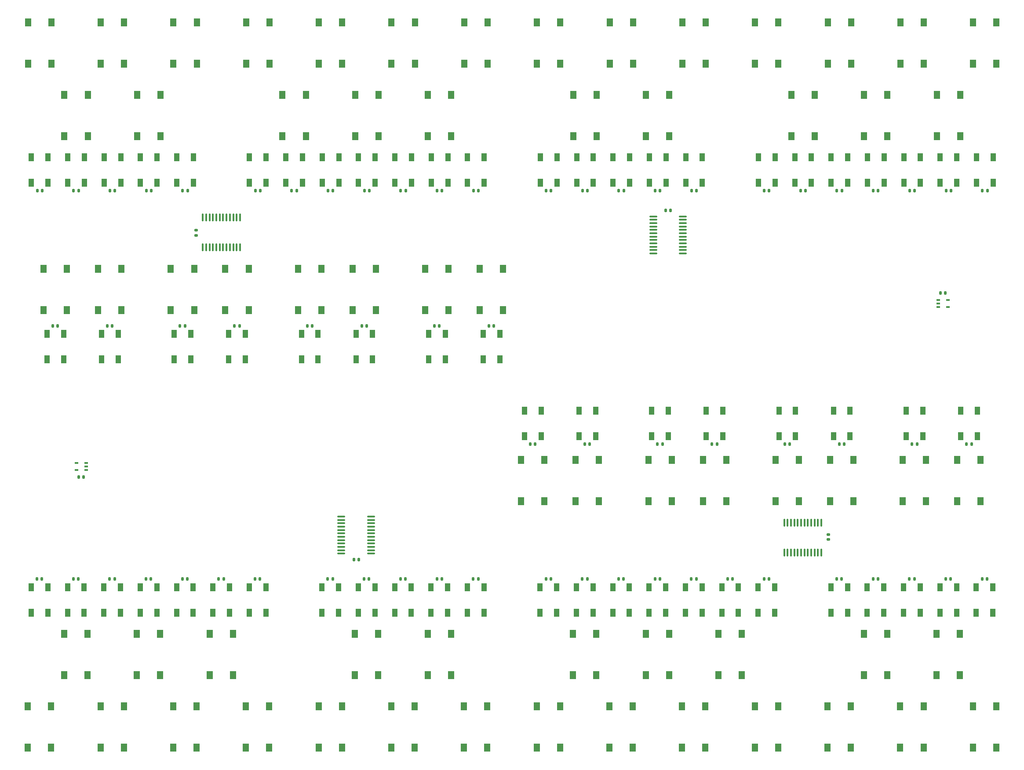
<source format=gbr>
%TF.GenerationSoftware,KiCad,Pcbnew,5.99.0-unknown-5db75805bd~106~ubuntu20.04.1*%
%TF.CreationDate,2021-01-05T12:39:38+10:00*%
%TF.ProjectId,panel_switch_piano_2up,70616e65-6c5f-4737-9769-7463685f7069,rev?*%
%TF.SameCoordinates,PX2faf080PY2160ec0*%
%TF.FileFunction,Paste,Top*%
%TF.FilePolarity,Positive*%
%FSLAX46Y46*%
G04 Gerber Fmt 4.6, Leading zero omitted, Abs format (unit mm)*
G04 Created by KiCad (PCBNEW 5.99.0-unknown-5db75805bd~106~ubuntu20.04.1) date 2021-01-05 12:39:38*
%MOMM*%
%LPD*%
G01*
G04 APERTURE LIST*
G04 Aperture macros list*
%AMRoundRect*
0 Rectangle with rounded corners*
0 $1 Rounding radius*
0 $2 $3 $4 $5 $6 $7 $8 $9 X,Y pos of 4 corners*
0 Add a 4 corners polygon primitive as box body*
4,1,4,$2,$3,$4,$5,$6,$7,$8,$9,$2,$3,0*
0 Add four circle primitives for the rounded corners*
1,1,$1+$1,$2,$3,0*
1,1,$1+$1,$4,$5,0*
1,1,$1+$1,$6,$7,0*
1,1,$1+$1,$8,$9,0*
0 Add four rect primitives between the rounded corners*
20,1,$1+$1,$2,$3,$4,$5,0*
20,1,$1+$1,$4,$5,$6,$7,0*
20,1,$1+$1,$6,$7,$8,$9,0*
20,1,$1+$1,$8,$9,$2,$3,0*%
G04 Aperture macros list end*
%ADD10RoundRect,0.140000X0.140000X0.170000X-0.140000X0.170000X-0.140000X-0.170000X0.140000X-0.170000X0*%
%ADD11RoundRect,0.140000X-0.140000X-0.170000X0.140000X-0.170000X0.140000X0.170000X-0.140000X0.170000X0*%
%ADD12R,1.000000X1.500000*%
%ADD13R,1.300000X1.550000*%
%ADD14RoundRect,0.100000X-0.100000X0.637500X-0.100000X-0.637500X0.100000X-0.637500X0.100000X0.637500X0*%
%ADD15RoundRect,0.100000X0.637500X0.100000X-0.637500X0.100000X-0.637500X-0.100000X0.637500X-0.100000X0*%
%ADD16RoundRect,0.140000X0.170000X-0.140000X0.170000X0.140000X-0.170000X0.140000X-0.170000X-0.140000X0*%
%ADD17R,0.650000X0.400000*%
%ADD18RoundRect,0.100000X0.100000X-0.637500X0.100000X0.637500X-0.100000X0.637500X-0.100000X-0.637500X0*%
%ADD19RoundRect,0.140000X-0.170000X0.140000X-0.170000X-0.140000X0.170000X-0.140000X0.170000X0.140000X0*%
%ADD20RoundRect,0.100000X-0.637500X-0.100000X0.637500X-0.100000X0.637500X0.100000X-0.637500X0.100000X0*%
G04 APERTURE END LIST*
D10*
%TO.C,C31*%
X51984466Y-41595534D03*
X51024466Y-41595534D03*
%TD*%
D11*
%TO.C,C13*%
X111024466Y-15595534D03*
X111984466Y-15595534D03*
%TD*%
D10*
%TO.C,C1*%
X187934466Y-35305534D03*
X186974466Y-35305534D03*
%TD*%
D11*
%TO.C,C3*%
X188024466Y-15595534D03*
X188984466Y-15595534D03*
%TD*%
D12*
%TO.C,U33*%
X74404466Y-48045534D03*
X77604466Y-48045534D03*
X77604466Y-43145534D03*
X74404466Y-43145534D03*
%TD*%
D10*
%TO.C,C30*%
X41484466Y-41595534D03*
X40524466Y-41595534D03*
%TD*%
D11*
%TO.C,C9*%
X139024466Y-15595534D03*
X139984466Y-15595534D03*
%TD*%
%TO.C,C18*%
X69024466Y-15595534D03*
X69984466Y-15595534D03*
%TD*%
%TO.C,C25*%
X13024466Y-15595534D03*
X13984466Y-15595534D03*
%TD*%
D13*
%TO.C,SW18*%
X64754466Y2884466D03*
X64754466Y-5075534D03*
X60254466Y2884466D03*
X60254466Y-5075534D03*
%TD*%
D10*
%TO.C,C32*%
X65984466Y-41595534D03*
X65024466Y-41595534D03*
%TD*%
D14*
%TO.C,U27*%
X52079466Y-20733034D03*
X51429466Y-20733034D03*
X50779466Y-20733034D03*
X50129466Y-20733034D03*
X49479466Y-20733034D03*
X48829466Y-20733034D03*
X48179466Y-20733034D03*
X47529466Y-20733034D03*
X46879466Y-20733034D03*
X46229466Y-20733034D03*
X45579466Y-20733034D03*
X44929466Y-20733034D03*
X44929466Y-26458034D03*
X45579466Y-26458034D03*
X46229466Y-26458034D03*
X46879466Y-26458034D03*
X47529466Y-26458034D03*
X48179466Y-26458034D03*
X48829466Y-26458034D03*
X49479466Y-26458034D03*
X50129466Y-26458034D03*
X50779466Y-26458034D03*
X51429466Y-26458034D03*
X52079466Y-26458034D03*
%TD*%
D13*
%TO.C,SW21*%
X36754466Y2884466D03*
X36754466Y-5075534D03*
X32254466Y-5075534D03*
X32254466Y2884466D03*
%TD*%
D12*
%TO.C,U15*%
X92104466Y-9145534D03*
X88904466Y-9145534D03*
X88904466Y-14045534D03*
X92104466Y-14045534D03*
%TD*%
D13*
%TO.C,SW22*%
X29754466Y8924466D03*
X29754466Y16884466D03*
X25254466Y8924466D03*
X25254466Y16884466D03*
%TD*%
D10*
%TO.C,C33*%
X76484466Y-41595534D03*
X75524466Y-41595534D03*
%TD*%
D13*
%TO.C,SW27*%
X43254466Y-30615534D03*
X43254466Y-38575534D03*
X38754466Y-38575534D03*
X38754466Y-30615534D03*
%TD*%
D12*
%TO.C,U28*%
X14904466Y-48045534D03*
X18104466Y-48045534D03*
X18104466Y-43145534D03*
X14904466Y-43145534D03*
%TD*%
D15*
%TO.C,U26*%
X137366966Y-27670534D03*
X137366966Y-27020534D03*
X137366966Y-26370534D03*
X137366966Y-25720534D03*
X137366966Y-25070534D03*
X137366966Y-24420534D03*
X137366966Y-23770534D03*
X137366966Y-23120534D03*
X137366966Y-22470534D03*
X137366966Y-21820534D03*
X137366966Y-21170534D03*
X137366966Y-20520534D03*
X131641966Y-20520534D03*
X131641966Y-21170534D03*
X131641966Y-21820534D03*
X131641966Y-22470534D03*
X131641966Y-23120534D03*
X131641966Y-23770534D03*
X131641966Y-24420534D03*
X131641966Y-25070534D03*
X131641966Y-25720534D03*
X131641966Y-26370534D03*
X131641966Y-27020534D03*
X131641966Y-27670534D03*
%TD*%
D13*
%TO.C,SW30*%
X78254466Y-38575534D03*
X78254466Y-30615534D03*
X73754466Y-38575534D03*
X73754466Y-30615534D03*
%TD*%
D11*
%TO.C,C21*%
X41024466Y-15595534D03*
X41984466Y-15595534D03*
%TD*%
D12*
%TO.C,U24*%
X22104466Y-9145534D03*
X18904466Y-9145534D03*
X18904466Y-14045534D03*
X22104466Y-14045534D03*
%TD*%
%TO.C,U34*%
X88404466Y-48045534D03*
X91604466Y-48045534D03*
X91604466Y-43145534D03*
X88404466Y-43145534D03*
%TD*%
%TO.C,U16*%
X85104466Y-9145534D03*
X81904466Y-9145534D03*
X81904466Y-14045534D03*
X85104466Y-14045534D03*
%TD*%
D13*
%TO.C,SW1*%
X197754466Y8924466D03*
X197754466Y16884466D03*
X193254466Y16884466D03*
X193254466Y8924466D03*
%TD*%
%TO.C,SW12*%
X113754466Y16884466D03*
X113754466Y8924466D03*
X109254466Y8924466D03*
X109254466Y16884466D03*
%TD*%
%TO.C,SW13*%
X99754466Y16884466D03*
X99754466Y8924466D03*
X95254466Y8924466D03*
X95254466Y16884466D03*
%TD*%
%TO.C,SW7*%
X155754466Y16884466D03*
X155754466Y8924466D03*
X151254466Y8924466D03*
X151254466Y16884466D03*
%TD*%
D12*
%TO.C,U18*%
X71104466Y-9145534D03*
X67904466Y-9145534D03*
X67904466Y-14045534D03*
X71104466Y-14045534D03*
%TD*%
D11*
%TO.C,C12*%
X118024466Y-15595534D03*
X118984466Y-15595534D03*
%TD*%
D12*
%TO.C,U12*%
X120104466Y-9145534D03*
X116904466Y-9145534D03*
X116904466Y-14045534D03*
X120104466Y-14045534D03*
%TD*%
D13*
%TO.C,SW11*%
X120754466Y2884466D03*
X120754466Y-5075534D03*
X116254466Y-5075534D03*
X116254466Y2884466D03*
%TD*%
D11*
%TO.C,C22*%
X34024466Y-15595534D03*
X34984466Y-15595534D03*
%TD*%
D12*
%TO.C,U14*%
X99104466Y-9145534D03*
X95904466Y-9145534D03*
X95904466Y-14045534D03*
X99104466Y-14045534D03*
%TD*%
D13*
%TO.C,SW14*%
X92754466Y2884466D03*
X92754466Y-5075534D03*
X88254466Y2884466D03*
X88254466Y-5075534D03*
%TD*%
D12*
%TO.C,U9*%
X141104466Y-9145534D03*
X137904466Y-9145534D03*
X137904466Y-14045534D03*
X141104466Y-14045534D03*
%TD*%
D13*
%TO.C,SW17*%
X71754466Y8924466D03*
X71754466Y16884466D03*
X67254466Y16884466D03*
X67254466Y8924466D03*
%TD*%
%TO.C,SW19*%
X57754466Y16884466D03*
X57754466Y8924466D03*
X53254466Y8924466D03*
X53254466Y16884466D03*
%TD*%
%TO.C,SW24*%
X15754466Y8924466D03*
X15754466Y16884466D03*
X11254466Y16884466D03*
X11254466Y8924466D03*
%TD*%
D12*
%TO.C,U13*%
X113104466Y-9145534D03*
X109904466Y-9145534D03*
X109904466Y-14045534D03*
X113104466Y-14045534D03*
%TD*%
D13*
%TO.C,SW10*%
X127754466Y8924466D03*
X127754466Y16884466D03*
X123254466Y16884466D03*
X123254466Y8924466D03*
%TD*%
D12*
%TO.C,U10*%
X134104466Y-9145534D03*
X130904466Y-9145534D03*
X130904466Y-14045534D03*
X134104466Y-14045534D03*
%TD*%
%TO.C,U35*%
X98904466Y-48045534D03*
X102104466Y-48045534D03*
X102104466Y-43145534D03*
X98904466Y-43145534D03*
%TD*%
D13*
%TO.C,SW6*%
X162754466Y-5075534D03*
X162754466Y2884466D03*
X158254466Y2884466D03*
X158254466Y-5075534D03*
%TD*%
D12*
%TO.C,U23*%
X29104466Y-9145534D03*
X25904466Y-9145534D03*
X25904466Y-14045534D03*
X29104466Y-14045534D03*
%TD*%
%TO.C,U8*%
X155104466Y-9145534D03*
X151904466Y-9145534D03*
X151904466Y-14045534D03*
X155104466Y-14045534D03*
%TD*%
D13*
%TO.C,SW32*%
X102754466Y-38575534D03*
X102754466Y-30615534D03*
X98254466Y-30615534D03*
X98254466Y-38575534D03*
%TD*%
D11*
%TO.C,C17*%
X76024466Y-15595534D03*
X76984466Y-15595534D03*
%TD*%
D12*
%TO.C,U17*%
X78104466Y-9145534D03*
X74904466Y-9145534D03*
X74904466Y-14045534D03*
X78104466Y-14045534D03*
%TD*%
%TO.C,U11*%
X127104466Y-9145534D03*
X123904466Y-9145534D03*
X123904466Y-14045534D03*
X127104466Y-14045534D03*
%TD*%
D10*
%TO.C,C35*%
X100984466Y-41595534D03*
X100024466Y-41595534D03*
%TD*%
D13*
%TO.C,SW15*%
X85754466Y16884466D03*
X85754466Y8924466D03*
X81254466Y8924466D03*
X81254466Y16884466D03*
%TD*%
D12*
%TO.C,U31*%
X49904466Y-48045534D03*
X53104466Y-48045534D03*
X53104466Y-43145534D03*
X49904466Y-43145534D03*
%TD*%
%TO.C,U20*%
X57104466Y-9145534D03*
X53904466Y-9145534D03*
X53904466Y-14045534D03*
X57104466Y-14045534D03*
%TD*%
D11*
%TO.C,C2*%
X195024466Y-15595534D03*
X195984466Y-15595534D03*
%TD*%
D13*
%TO.C,SW4*%
X176754466Y-5075534D03*
X176754466Y2884466D03*
X172254466Y-5075534D03*
X172254466Y2884466D03*
%TD*%
D11*
%TO.C,C20*%
X55024466Y-15595534D03*
X55984466Y-15595534D03*
%TD*%
D13*
%TO.C,SW26*%
X29254466Y-30615534D03*
X29254466Y-38575534D03*
X24754466Y-30615534D03*
X24754466Y-38575534D03*
%TD*%
%TO.C,SW25*%
X18754466Y-30615534D03*
X18754466Y-38575534D03*
X14254466Y-38575534D03*
X14254466Y-30615534D03*
%TD*%
%TO.C,SW2*%
X190754466Y2884466D03*
X190754466Y-5075534D03*
X186254466Y2884466D03*
X186254466Y-5075534D03*
%TD*%
D11*
%TO.C,C14*%
X97024466Y-15595534D03*
X97984466Y-15595534D03*
%TD*%
D12*
%TO.C,U3*%
X190104466Y-9145534D03*
X186904466Y-9145534D03*
X186904466Y-14045534D03*
X190104466Y-14045534D03*
%TD*%
D10*
%TO.C,C34*%
X90484466Y-41595534D03*
X89524466Y-41595534D03*
%TD*%
D12*
%TO.C,U22*%
X36104466Y-9145534D03*
X32904466Y-9145534D03*
X32904466Y-14045534D03*
X36104466Y-14045534D03*
%TD*%
D13*
%TO.C,SW20*%
X43754466Y8924466D03*
X43754466Y16884466D03*
X39254466Y16884466D03*
X39254466Y8924466D03*
%TD*%
%TO.C,SW3*%
X183754466Y8924466D03*
X183754466Y16884466D03*
X179254466Y16884466D03*
X179254466Y8924466D03*
%TD*%
%TO.C,SW5*%
X169754466Y16884466D03*
X169754466Y8924466D03*
X165254466Y16884466D03*
X165254466Y8924466D03*
%TD*%
D10*
%TO.C,C29*%
X27484466Y-41595534D03*
X26524466Y-41595534D03*
%TD*%
D12*
%TO.C,U25*%
X15104466Y-9145534D03*
X11904466Y-9145534D03*
X11904466Y-14045534D03*
X15104466Y-14045534D03*
%TD*%
D16*
%TO.C,C27*%
X43604466Y-24175534D03*
X43604466Y-23215534D03*
%TD*%
D11*
%TO.C,C24*%
X20024466Y-15595534D03*
X20984466Y-15595534D03*
%TD*%
%TO.C,C19*%
X62024466Y-15595534D03*
X62984466Y-15595534D03*
%TD*%
D12*
%TO.C,U19*%
X64104466Y-9145534D03*
X60904466Y-9145534D03*
X60904466Y-14045534D03*
X64104466Y-14045534D03*
%TD*%
D11*
%TO.C,C5*%
X174024466Y-15595534D03*
X174984466Y-15595534D03*
%TD*%
D12*
%TO.C,U2*%
X197104466Y-9145534D03*
X193904466Y-9145534D03*
X193904466Y-14045534D03*
X197104466Y-14045534D03*
%TD*%
D11*
%TO.C,C4*%
X181024466Y-15595534D03*
X181984466Y-15595534D03*
%TD*%
D12*
%TO.C,U32*%
X63904466Y-48045534D03*
X67104466Y-48045534D03*
X67104466Y-43145534D03*
X63904466Y-43145534D03*
%TD*%
%TO.C,U4*%
X183104466Y-9145534D03*
X179904466Y-9145534D03*
X179904466Y-14045534D03*
X183104466Y-14045534D03*
%TD*%
D13*
%TO.C,SW16*%
X78754466Y-5075534D03*
X78754466Y2884466D03*
X74254466Y-5075534D03*
X74254466Y2884466D03*
%TD*%
D10*
%TO.C,C28*%
X16984466Y-41595534D03*
X16024466Y-41595534D03*
%TD*%
D12*
%TO.C,U6*%
X169104466Y-9145534D03*
X165904466Y-9145534D03*
X165904466Y-14045534D03*
X169104466Y-14045534D03*
%TD*%
D11*
%TO.C,C6*%
X167024466Y-15595534D03*
X167984466Y-15595534D03*
%TD*%
D13*
%TO.C,SW29*%
X67754466Y-38575534D03*
X67754466Y-30615534D03*
X63254466Y-30615534D03*
X63254466Y-38575534D03*
%TD*%
D12*
%TO.C,U5*%
X176104466Y-9145534D03*
X172904466Y-9145534D03*
X172904466Y-14045534D03*
X176104466Y-14045534D03*
%TD*%
D11*
%TO.C,C23*%
X27024466Y-15595534D03*
X27984466Y-15595534D03*
%TD*%
D13*
%TO.C,SW9*%
X134754466Y-5075534D03*
X134754466Y2884466D03*
X130254466Y2884466D03*
X130254466Y-5075534D03*
%TD*%
D11*
%TO.C,C10*%
X132024466Y-15595534D03*
X132984466Y-15595534D03*
%TD*%
%TO.C,C7*%
X160024466Y-15595534D03*
X160984466Y-15595534D03*
%TD*%
D12*
%TO.C,U29*%
X25404466Y-48045534D03*
X28604466Y-48045534D03*
X28604466Y-43145534D03*
X25404466Y-43145534D03*
%TD*%
%TO.C,U21*%
X43104466Y-9145534D03*
X39904466Y-9145534D03*
X39904466Y-14045534D03*
X43104466Y-14045534D03*
%TD*%
D13*
%TO.C,SW28*%
X53754466Y-30615534D03*
X53754466Y-38575534D03*
X49254466Y-38575534D03*
X49254466Y-30615534D03*
%TD*%
D12*
%TO.C,U7*%
X162104466Y-9145534D03*
X158904466Y-9145534D03*
X158904466Y-14045534D03*
X162104466Y-14045534D03*
%TD*%
D11*
%TO.C,C26*%
X134024466Y-19395534D03*
X134984466Y-19395534D03*
%TD*%
D13*
%TO.C,SW23*%
X22754466Y-5075534D03*
X22754466Y2884466D03*
X18254466Y-5075534D03*
X18254466Y2884466D03*
%TD*%
D11*
%TO.C,C16*%
X83024466Y-15595534D03*
X83984466Y-15595534D03*
%TD*%
%TO.C,C11*%
X125024466Y-15595534D03*
X125984466Y-15595534D03*
%TD*%
%TO.C,C15*%
X90024466Y-15595534D03*
X90984466Y-15595534D03*
%TD*%
D13*
%TO.C,SW31*%
X92254466Y-30615534D03*
X92254466Y-38575534D03*
X87754466Y-38575534D03*
X87754466Y-30615534D03*
%TD*%
D12*
%TO.C,U30*%
X39404466Y-48045534D03*
X42604466Y-48045534D03*
X42604466Y-43145534D03*
X39404466Y-43145534D03*
%TD*%
D11*
%TO.C,C8*%
X153024466Y-15595534D03*
X153984466Y-15595534D03*
%TD*%
D13*
%TO.C,SW8*%
X141754466Y16884466D03*
X141754466Y8924466D03*
X137254466Y8924466D03*
X137254466Y16884466D03*
%TD*%
D17*
%TO.C,U1*%
X186504466Y-36655534D03*
X186504466Y-37305534D03*
X186504466Y-37955534D03*
X188404466Y-37955534D03*
X188404466Y-36655534D03*
%TD*%
D10*
%TO.C,C7*%
X48940000Y-90440000D03*
X47980000Y-90440000D03*
%TD*%
%TO.C,C2*%
X13940000Y-90440000D03*
X12980000Y-90440000D03*
%TD*%
D12*
%TO.C,U32*%
X145060000Y-57990000D03*
X141860000Y-57990000D03*
X141860000Y-62890000D03*
X145060000Y-62890000D03*
%TD*%
D13*
%TO.C,SW5*%
X39210000Y-114960000D03*
X39210000Y-122920000D03*
X43710000Y-122920000D03*
X43710000Y-114960000D03*
%TD*%
%TO.C,SW27*%
X165710000Y-67460000D03*
X165710000Y-75420000D03*
X170210000Y-75420000D03*
X170210000Y-67460000D03*
%TD*%
D12*
%TO.C,U25*%
X193860000Y-96890000D03*
X197060000Y-96890000D03*
X197060000Y-91990000D03*
X193860000Y-91990000D03*
%TD*%
D13*
%TO.C,SW1*%
X11210000Y-114960000D03*
X11210000Y-122920000D03*
X15710000Y-114960000D03*
X15710000Y-122920000D03*
%TD*%
%TO.C,SW21*%
X172210000Y-108920000D03*
X172210000Y-100960000D03*
X176710000Y-108920000D03*
X176710000Y-100960000D03*
%TD*%
D11*
%TO.C,C29*%
X181480000Y-64440000D03*
X182440000Y-64440000D03*
%TD*%
D12*
%TO.C,U18*%
X137860000Y-96890000D03*
X141060000Y-96890000D03*
X141060000Y-91990000D03*
X137860000Y-91990000D03*
%TD*%
%TO.C,U8*%
X53860000Y-96890000D03*
X57060000Y-96890000D03*
X57060000Y-91990000D03*
X53860000Y-91990000D03*
%TD*%
D13*
%TO.C,SW17*%
X137210000Y-122920000D03*
X137210000Y-114960000D03*
X141710000Y-114960000D03*
X141710000Y-122920000D03*
%TD*%
%TO.C,SW7*%
X53210000Y-122920000D03*
X53210000Y-114960000D03*
X57710000Y-114960000D03*
X57710000Y-122920000D03*
%TD*%
%TO.C,SW24*%
X193210000Y-114960000D03*
X193210000Y-122920000D03*
X197710000Y-114960000D03*
X197710000Y-122920000D03*
%TD*%
%TO.C,SW19*%
X151210000Y-114960000D03*
X151210000Y-122920000D03*
X155710000Y-122920000D03*
X155710000Y-114960000D03*
%TD*%
D11*
%TO.C,C28*%
X191980000Y-64440000D03*
X192940000Y-64440000D03*
%TD*%
D10*
%TO.C,C10*%
X76940000Y-90440000D03*
X75980000Y-90440000D03*
%TD*%
%TO.C,C14*%
X111940000Y-90440000D03*
X110980000Y-90440000D03*
%TD*%
%TO.C,C22*%
X174940000Y-90440000D03*
X173980000Y-90440000D03*
%TD*%
%TO.C,C19*%
X146940000Y-90440000D03*
X145980000Y-90440000D03*
%TD*%
D13*
%TO.C,SW29*%
X141210000Y-67460000D03*
X141210000Y-75420000D03*
X145710000Y-67460000D03*
X145710000Y-75420000D03*
%TD*%
D12*
%TO.C,U22*%
X172860000Y-96890000D03*
X176060000Y-96890000D03*
X176060000Y-91990000D03*
X172860000Y-91990000D03*
%TD*%
%TO.C,U4*%
X25860000Y-96890000D03*
X29060000Y-96890000D03*
X29060000Y-91990000D03*
X25860000Y-91990000D03*
%TD*%
D10*
%TO.C,C4*%
X27940000Y-90440000D03*
X26980000Y-90440000D03*
%TD*%
D12*
%TO.C,U13*%
X95860000Y-96890000D03*
X99060000Y-96890000D03*
X99060000Y-91990000D03*
X95860000Y-91990000D03*
%TD*%
D11*
%TO.C,C30*%
X167480000Y-64440000D03*
X168440000Y-64440000D03*
%TD*%
D13*
%TO.C,SW9*%
X74210000Y-100960000D03*
X74210000Y-108920000D03*
X78710000Y-100960000D03*
X78710000Y-108920000D03*
%TD*%
%TO.C,SW23*%
X186210000Y-108920000D03*
X186210000Y-100960000D03*
X190710000Y-108920000D03*
X190710000Y-100960000D03*
%TD*%
D12*
%TO.C,U34*%
X120560000Y-57990000D03*
X117360000Y-57990000D03*
X117360000Y-62890000D03*
X120560000Y-62890000D03*
%TD*%
D13*
%TO.C,SW31*%
X116710000Y-75420000D03*
X116710000Y-67460000D03*
X121210000Y-67460000D03*
X121210000Y-75420000D03*
%TD*%
D12*
%TO.C,U29*%
X183560000Y-57990000D03*
X180360000Y-57990000D03*
X180360000Y-62890000D03*
X183560000Y-62890000D03*
%TD*%
D13*
%TO.C,SW28*%
X155210000Y-75420000D03*
X155210000Y-67460000D03*
X159710000Y-67460000D03*
X159710000Y-75420000D03*
%TD*%
%TO.C,SW18*%
X144210000Y-100960000D03*
X144210000Y-108920000D03*
X148710000Y-108920000D03*
X148710000Y-100960000D03*
%TD*%
D12*
%TO.C,U20*%
X151860000Y-96890000D03*
X155060000Y-96890000D03*
X155060000Y-91990000D03*
X151860000Y-91990000D03*
%TD*%
%TO.C,U11*%
X81860000Y-96890000D03*
X85060000Y-96890000D03*
X85060000Y-91990000D03*
X81860000Y-91990000D03*
%TD*%
%TO.C,U30*%
X169560000Y-57990000D03*
X166360000Y-57990000D03*
X166360000Y-62890000D03*
X169560000Y-62890000D03*
%TD*%
%TO.C,U24*%
X186860000Y-96890000D03*
X190060000Y-96890000D03*
X190060000Y-91990000D03*
X186860000Y-91990000D03*
%TD*%
D13*
%TO.C,SW25*%
X190210000Y-75420000D03*
X190210000Y-67460000D03*
X194710000Y-67460000D03*
X194710000Y-75420000D03*
%TD*%
D12*
%TO.C,U35*%
X110060000Y-57990000D03*
X106860000Y-57990000D03*
X106860000Y-62890000D03*
X110060000Y-62890000D03*
%TD*%
D10*
%TO.C,C8*%
X55940000Y-90440000D03*
X54980000Y-90440000D03*
%TD*%
%TO.C,C13*%
X97940000Y-90440000D03*
X96980000Y-90440000D03*
%TD*%
%TO.C,C26*%
X74940000Y-86640000D03*
X73980000Y-86640000D03*
%TD*%
D12*
%TO.C,U14*%
X109860000Y-96890000D03*
X113060000Y-96890000D03*
X113060000Y-91990000D03*
X109860000Y-91990000D03*
%TD*%
D10*
%TO.C,C24*%
X188940000Y-90440000D03*
X187980000Y-90440000D03*
%TD*%
D11*
%TO.C,C31*%
X156980000Y-64440000D03*
X157940000Y-64440000D03*
%TD*%
%TO.C,C35*%
X107980000Y-64440000D03*
X108940000Y-64440000D03*
%TD*%
D10*
%TO.C,C15*%
X118940000Y-90440000D03*
X117980000Y-90440000D03*
%TD*%
D12*
%TO.C,U2*%
X11860000Y-96890000D03*
X15060000Y-96890000D03*
X15060000Y-91990000D03*
X11860000Y-91990000D03*
%TD*%
%TO.C,U12*%
X88860000Y-96890000D03*
X92060000Y-96890000D03*
X92060000Y-91990000D03*
X88860000Y-91990000D03*
%TD*%
D13*
%TO.C,SW15*%
X123210000Y-122920000D03*
X123210000Y-114960000D03*
X127710000Y-122920000D03*
X127710000Y-114960000D03*
%TD*%
D12*
%TO.C,U19*%
X144860000Y-96890000D03*
X148060000Y-96890000D03*
X148060000Y-91990000D03*
X144860000Y-91990000D03*
%TD*%
D10*
%TO.C,C20*%
X153940000Y-90440000D03*
X152980000Y-90440000D03*
%TD*%
D12*
%TO.C,U28*%
X194060000Y-57990000D03*
X190860000Y-57990000D03*
X190860000Y-62890000D03*
X194060000Y-62890000D03*
%TD*%
D13*
%TO.C,SW4*%
X32210000Y-108920000D03*
X32210000Y-100960000D03*
X36710000Y-100960000D03*
X36710000Y-108920000D03*
%TD*%
D12*
%TO.C,U31*%
X159060000Y-57990000D03*
X155860000Y-57990000D03*
X155860000Y-62890000D03*
X159060000Y-62890000D03*
%TD*%
D13*
%TO.C,SW3*%
X25210000Y-122920000D03*
X25210000Y-114960000D03*
X29710000Y-122920000D03*
X29710000Y-114960000D03*
%TD*%
%TO.C,SW8*%
X67210000Y-114960000D03*
X67210000Y-122920000D03*
X71710000Y-114960000D03*
X71710000Y-122920000D03*
%TD*%
D10*
%TO.C,C16*%
X125940000Y-90440000D03*
X124980000Y-90440000D03*
%TD*%
D12*
%TO.C,U3*%
X18860000Y-96890000D03*
X22060000Y-96890000D03*
X22060000Y-91990000D03*
X18860000Y-91990000D03*
%TD*%
%TO.C,U17*%
X130860000Y-96890000D03*
X134060000Y-96890000D03*
X134060000Y-91990000D03*
X130860000Y-91990000D03*
%TD*%
%TO.C,U21*%
X165860000Y-96890000D03*
X169060000Y-96890000D03*
X169060000Y-91990000D03*
X165860000Y-91990000D03*
%TD*%
D13*
%TO.C,SW30*%
X130710000Y-75420000D03*
X130710000Y-67460000D03*
X135210000Y-67460000D03*
X135210000Y-75420000D03*
%TD*%
D12*
%TO.C,U23*%
X179860000Y-96890000D03*
X183060000Y-96890000D03*
X183060000Y-91990000D03*
X179860000Y-91990000D03*
%TD*%
D13*
%TO.C,SW14*%
X116210000Y-108920000D03*
X116210000Y-100960000D03*
X120710000Y-108920000D03*
X120710000Y-100960000D03*
%TD*%
%TO.C,SW20*%
X165210000Y-122920000D03*
X165210000Y-114960000D03*
X169710000Y-114960000D03*
X169710000Y-122920000D03*
%TD*%
D17*
%TO.C,U1*%
X22460000Y-69380000D03*
X22460000Y-68730000D03*
X22460000Y-68080000D03*
X20560000Y-68080000D03*
X20560000Y-69380000D03*
%TD*%
D12*
%TO.C,U15*%
X116860000Y-96890000D03*
X120060000Y-96890000D03*
X120060000Y-91990000D03*
X116860000Y-91990000D03*
%TD*%
D10*
%TO.C,C9*%
X69940000Y-90440000D03*
X68980000Y-90440000D03*
%TD*%
%TO.C,C18*%
X139940000Y-90440000D03*
X138980000Y-90440000D03*
%TD*%
%TO.C,C12*%
X90940000Y-90440000D03*
X89980000Y-90440000D03*
%TD*%
D18*
%TO.C,U27*%
X156885000Y-85302500D03*
X157535000Y-85302500D03*
X158185000Y-85302500D03*
X158835000Y-85302500D03*
X159485000Y-85302500D03*
X160135000Y-85302500D03*
X160785000Y-85302500D03*
X161435000Y-85302500D03*
X162085000Y-85302500D03*
X162735000Y-85302500D03*
X163385000Y-85302500D03*
X164035000Y-85302500D03*
X164035000Y-79577500D03*
X163385000Y-79577500D03*
X162735000Y-79577500D03*
X162085000Y-79577500D03*
X161435000Y-79577500D03*
X160785000Y-79577500D03*
X160135000Y-79577500D03*
X159485000Y-79577500D03*
X158835000Y-79577500D03*
X158185000Y-79577500D03*
X157535000Y-79577500D03*
X156885000Y-79577500D03*
%TD*%
D13*
%TO.C,SW10*%
X81210000Y-114960000D03*
X81210000Y-122920000D03*
X85710000Y-114960000D03*
X85710000Y-122920000D03*
%TD*%
D12*
%TO.C,U7*%
X46860000Y-96890000D03*
X50060000Y-96890000D03*
X50060000Y-91990000D03*
X46860000Y-91990000D03*
%TD*%
%TO.C,U6*%
X39860000Y-96890000D03*
X43060000Y-96890000D03*
X43060000Y-91990000D03*
X39860000Y-91990000D03*
%TD*%
D13*
%TO.C,SW22*%
X179210000Y-122920000D03*
X179210000Y-114960000D03*
X183710000Y-122920000D03*
X183710000Y-114960000D03*
%TD*%
D11*
%TO.C,C1*%
X21030000Y-70730000D03*
X21990000Y-70730000D03*
%TD*%
D13*
%TO.C,SW12*%
X95210000Y-122920000D03*
X95210000Y-114960000D03*
X99710000Y-114960000D03*
X99710000Y-122920000D03*
%TD*%
D10*
%TO.C,C11*%
X83940000Y-90440000D03*
X82980000Y-90440000D03*
%TD*%
D11*
%TO.C,C32*%
X142980000Y-64440000D03*
X143940000Y-64440000D03*
%TD*%
D13*
%TO.C,SW6*%
X46210000Y-108920000D03*
X46210000Y-100960000D03*
X50710000Y-108920000D03*
X50710000Y-100960000D03*
%TD*%
D10*
%TO.C,C3*%
X20940000Y-90440000D03*
X19980000Y-90440000D03*
%TD*%
D12*
%TO.C,U9*%
X67860000Y-96890000D03*
X71060000Y-96890000D03*
X71060000Y-91990000D03*
X67860000Y-91990000D03*
%TD*%
D19*
%TO.C,C27*%
X165360000Y-81860000D03*
X165360000Y-82820000D03*
%TD*%
D20*
%TO.C,U26*%
X71597500Y-78365000D03*
X71597500Y-79015000D03*
X71597500Y-79665000D03*
X71597500Y-80315000D03*
X71597500Y-80965000D03*
X71597500Y-81615000D03*
X71597500Y-82265000D03*
X71597500Y-82915000D03*
X71597500Y-83565000D03*
X71597500Y-84215000D03*
X71597500Y-84865000D03*
X71597500Y-85515000D03*
X77322500Y-85515000D03*
X77322500Y-84865000D03*
X77322500Y-84215000D03*
X77322500Y-83565000D03*
X77322500Y-82915000D03*
X77322500Y-82265000D03*
X77322500Y-81615000D03*
X77322500Y-80965000D03*
X77322500Y-80315000D03*
X77322500Y-79665000D03*
X77322500Y-79015000D03*
X77322500Y-78365000D03*
%TD*%
D13*
%TO.C,SW2*%
X18210000Y-108920000D03*
X18210000Y-100960000D03*
X22710000Y-108920000D03*
X22710000Y-100960000D03*
%TD*%
D10*
%TO.C,C23*%
X181940000Y-90440000D03*
X180980000Y-90440000D03*
%TD*%
D13*
%TO.C,SW32*%
X106210000Y-67460000D03*
X106210000Y-75420000D03*
X110710000Y-67460000D03*
X110710000Y-75420000D03*
%TD*%
D10*
%TO.C,C17*%
X132940000Y-90440000D03*
X131980000Y-90440000D03*
%TD*%
D11*
%TO.C,C34*%
X118480000Y-64440000D03*
X119440000Y-64440000D03*
%TD*%
D12*
%TO.C,U33*%
X134560000Y-57990000D03*
X131360000Y-57990000D03*
X131360000Y-62890000D03*
X134560000Y-62890000D03*
%TD*%
D10*
%TO.C,C5*%
X34940000Y-90440000D03*
X33980000Y-90440000D03*
%TD*%
D12*
%TO.C,U5*%
X32860000Y-96890000D03*
X36060000Y-96890000D03*
X36060000Y-91990000D03*
X32860000Y-91990000D03*
%TD*%
%TO.C,U10*%
X74860000Y-96890000D03*
X78060000Y-96890000D03*
X78060000Y-91990000D03*
X74860000Y-91990000D03*
%TD*%
D10*
%TO.C,C6*%
X41940000Y-90440000D03*
X40980000Y-90440000D03*
%TD*%
D12*
%TO.C,U16*%
X123860000Y-96890000D03*
X127060000Y-96890000D03*
X127060000Y-91990000D03*
X123860000Y-91990000D03*
%TD*%
D10*
%TO.C,C25*%
X195940000Y-90440000D03*
X194980000Y-90440000D03*
%TD*%
%TO.C,C21*%
X167940000Y-90440000D03*
X166980000Y-90440000D03*
%TD*%
D11*
%TO.C,C33*%
X132480000Y-64440000D03*
X133440000Y-64440000D03*
%TD*%
D13*
%TO.C,SW11*%
X88210000Y-108920000D03*
X88210000Y-100960000D03*
X92710000Y-108920000D03*
X92710000Y-100960000D03*
%TD*%
%TO.C,SW26*%
X179710000Y-67460000D03*
X179710000Y-75420000D03*
X184210000Y-75420000D03*
X184210000Y-67460000D03*
%TD*%
%TO.C,SW16*%
X130210000Y-108920000D03*
X130210000Y-100960000D03*
X134710000Y-100960000D03*
X134710000Y-108920000D03*
%TD*%
%TO.C,SW13*%
X109210000Y-122920000D03*
X109210000Y-114960000D03*
X113710000Y-114960000D03*
X113710000Y-122920000D03*
%TD*%
M02*

</source>
